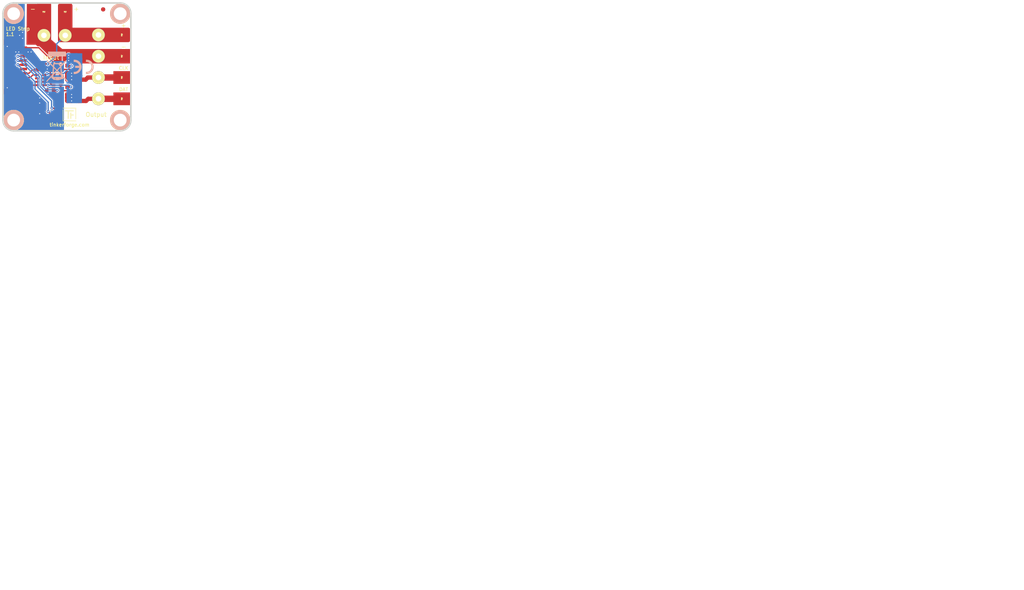
<source format=kicad_pcb>
(kicad_pcb (version 20221018) (generator pcbnew)
  (title_block (title "LED Strip Bricklet") (date "Mi 08 Jul 2015") (rev "1.1") (company "Tinkerforge GmbH") (comment 1 "Licensed under CERN OHL v.1.1") (comment 2 "Copyright (©) 2015, B.Nordmeyer <bastian@tinkerforge.com>"))
  (layers (0 "F.Cu" signal "Vorderseite") (31 "B.Cu" signal "Rückseite") (34 "B.Paste" user) (35 "F.Paste" user) (36 "B.SilkS" user "B.Silkscreen") (37 "F.SilkS" user "F.Silkscreen") (38 "B.Mask" user) (39 "F.Mask" user) (44 "Edge.Cuts" user))
  (net 0 "")
  (net 1 "+5V")
  (net 2 "AGND")
  (net 3 "GND")
  (net 4 "VCC")
  (net 5 "Net-(D1-Pad1)")
  (net 6 "Net-(D2-Pad1)")
  (net 7 "Net-(J1-Pad2)")
  (net 8 "Net-(P1-Pad4)")
  (net 9 "Net-(P1-Pad5)")
  (net 10 "Net-(P1-Pad6)")
  (net 11 "Net-(P1-Pad7)")
  (net 12 "Net-(P1-Pad8)")
  (net 13 "Net-(P1-Pad9)")
  (net 14 "Net-(Q1-PadG)")
  (net 15 "Net-(Q2-PadG)")
  (net 16 "Net-(D1-Pad2)")
  (net 17 "Net-(P1-Pad10)")
  (net 18 "Net-(RP1-Pad2)")
  (net 19 "Net-(RP1-Pad3)")
  (net 20 "Net-(RP1-Pad6)")
  (net 21 "Net-(RP1-Pad7)")
  (net 22 "Net-(RP2-Pad2)")
  (net 23 "Net-(RP2-Pad3)")
  (net 24 "Net-(U1-Pad7)")
  (footprint "kicad-libraries:Fiducial_Mark" (layer "F.Cu") (at 66.4 28.8)
    (fp_text reference "Fiducial_Mark" hide)
    (fp_text value "VAL**" hide)
    (pad "1" smd circle (at 0 0) (size 1.00076 1.00076) (layers "F.Cu" "F.Paste" "F.Mask") (clearance 0.65024))
  )
  (footprint "kicad-libraries:Fiducial_Mark" (layer "F.Cu") (at 46.4 49.8)
    (fp_text reference "Fiducial_Mark" hide)
    (fp_text value "VAL**" hide)
    (pad "1" smd circle (at 0 0) (size 1.00076 1.00076) (layers "F.Cu" "F.Paste" "F.Mask") (clearance 0.65024))
  )
  (footprint "kicad-libraries:Logo_31x31" (layer "F.Cu") (at 56.9 51.9)
    (fp_text reference "G***" hide)
    (fp_text value "Logo_31x31" hide)
  )
  (footprint "kicad-libraries:AKL_5_2" (layer "F.Cu") (at 55 34.9)
    (fp_text reference "J1")
    (fp_text value "AKL_5_2")
    (pad "1" thru_hole circle (at -2.49936 0) (size 2.99974 2.99974) (drill 1.30048) (layers "*.Cu" "*.Mask" "F.SilkS") (net 2 "AGND"))
    (pad "2" thru_hole circle (at 2.49936 0) (size 2.99974 2.99974) (drill 1.30048) (layers "*.Cu" "*.Mask" "F.SilkS") (net 7 "Net-(J1-Pad2)"))
  )
  (footprint "kicad-libraries:AKL_5_2" (layer "F.Cu") (at 65.3 37.3 -90)
    (fp_text reference "J2")
    (fp_text value "AKL_5_2")
    (pad "1" thru_hole circle (at -2.49936 0 270) (size 2.99974 2.99974) (drill 1.30048) (layers "*.Cu" "*.Mask" "F.SilkS") (net 7 "Net-(J1-Pad2)"))
    (pad "2" thru_hole circle (at 2.49936 0 270) (size 2.99974 2.99974) (drill 1.30048) (layers "*.Cu" "*.Mask" "F.SilkS") (net 2 "AGND"))
  )
  (footprint "kicad-libraries:AKL_5_2" (layer "F.Cu") (at 65.3 47.3 -90)
    (fp_text reference "J3")
    (fp_text value "AKL_5_2")
    (pad "1" thru_hole circle (at -2.49936 0 270) (size 2.99974 2.99974) (drill 1.30048) (layers "*.Cu" "*.Mask" "F.SilkS") (net 5 "Net-(D1-Pad1)"))
    (pad "2" thru_hole circle (at 2.49936 0 270) (size 2.99974 2.99974) (drill 1.30048) (layers "*.Cu" "*.Mask" "F.SilkS") (net 6 "Net-(D2-Pad1)"))
  )
  (footprint "kicad-libraries:CON-SENSOR" (layer "F.Cu") (at 43 42.3 -90)
    (fp_text reference "P1")
    (fp_text value "CON-SENSOR")
    (pad "1" smd rect (at -4.50088 -4.7752 270) (size 0.59944 1.5494) (layers "F.Cu" "F.Paste" "F.Mask") (net 1 "+5V"))
    (pad "2" smd rect (at -3.50012 -4.7752 270) (size 0.59944 1.5494) (layers "F.Cu" "F.Paste" "F.Mask") (net 3 "GND"))
    (pad "3" smd rect (at -2.49936 -4.7752 270) (size 0.59944 1.5494) (layers "F.Cu" "F.Paste" "F.Mask") (net 4 "VCC"))
    (pad "4" smd rect (at -1.50114 -4.7752 270) (size 0.59944 1.5494) (layers "F.Cu" "F.Paste" "F.Mask") (net 8 "Net-(P1-Pad4)"))
    (pad "5" smd rect (at -0.50038 -4.7752 270) (size 0.59944 1.5494) (layers "F.Cu" "F.Paste" "F.Mask") (net 9 "Net-(P1-Pad5)"))
    (pad "6" smd rect (at 0.50038 -4.7752 270) (size 0.59944 1.5494) (layers "F.Cu" "F.Paste" "F.Mask") (net 10 "Net-(P1-Pad6)"))
    (pad "7" smd rect (at 1.50114 -4.7752 270) (size 0.59944 1.5494) (layers "F.Cu" "F.Paste" "F.Mask") (net 11 "Net-(P1-Pad7)"))
    (pad "8" smd rect (at 2.49936 -4.7752 270) (size 0.59944 1.5494) (layers "F.Cu" "F.Paste" "F.Mask") (net 12 "Net-(P1-Pad8)"))
    (pad "9" smd rect (at 3.50012 -4.7752 270) (size 0.59944 1.5494) (layers "F.Cu" "F.Paste" "F.Mask") (net 13 "Net-(P1-Pad9)"))
    (pad "10" smd rect (at 4.50088 -4.7752 270) (size 0.59944 1.5494) (layers "F.Cu" "F.Paste" "F.Mask") (net 17 "Net-(P1-Pad10)"))
    (pad "EP" smd rect (at -5.79882 -0.89916 270) (size 1.19888 1.80086) (layers "F.Cu" "F.Paste" "F.Mask") (net 3 "GND"))
    (pad "EP" smd rect (at 5.79882 -0.89916 270) (size 1.19888 1.80086) (layers "F.Cu" "F.Paste" "F.Mask") (net 3 "GND"))
  )
  (footprint "kicad-libraries:SOLDER_PAD2" (layer "F.Cu") (at 70.8 39.8 90)
    (fp_text reference "P2" (at 0 0 90) (layer "F.SilkS") (effects (font (size 0.29972 0.29972) (thickness 0.0762))))
    (fp_text value "TST" (at 0 0 90) (layer "F.SilkS") (effects (font (size 0.29972 0.29972) (thickness 0.0762))))
    (pad "1" smd rect (at 0 0 90) (size 3 4) (layers "F.Cu" "F.Paste" "F.Mask") (net 2 "AGND"))
  )
  (footprint "kicad-libraries:SOLDER_PAD2" (layer "F.Cu") (at 70.8 34.8 90)
    (fp_text reference "P3" (at 0 0 90) (layer "F.SilkS") (effects (font (size 0.29972 0.29972) (thickness 0.0762))))
    (fp_text value "TST" (at 0 0 90) (layer "F.SilkS") (effects (font (size 0.29972 0.29972) (thickness 0.0762))))
    (pad "1" smd rect (at 0 0 90) (size 3 4) (layers "F.Cu" "F.Paste" "F.Mask") (net 7 "Net-(J1-Pad2)"))
  )
  (footprint "kicad-libraries:SOLDER_PAD2" (layer "F.Cu") (at 52.5 29.4)
    (fp_text reference "P4" (at 0 0) (layer "F.SilkS") (effects (font (size 0.29972 0.29972) (thickness 0.0762))))
    (fp_text value "TST" (at 0 0) (layer "F.SilkS") (effects (font (size 0.29972 0.29972) (thickness 0.0762))))
    (pad "1" smd rect (at 0 0) (size 3 4) (layers "F.Cu" "F.Paste" "F.Mask") (net 2 "AGND"))
  )
  (footprint "kicad-libraries:SOLDER_PAD2" (layer "F.Cu") (at 70.8 44.8 90)
    (fp_text reference "P5" (at 0 0 90) (layer "F.SilkS") (effects (font (size 0.29972 0.29972) (thickness 0.0762))))
    (fp_text value "TST" (at 0 0 90) (layer "F.SilkS") (effects (font (size 0.29972 0.29972) (thickness 0.0762))))
    (pad "1" smd rect (at 0 0 90) (size 3 4) (layers "F.Cu" "F.Paste" "F.Mask") (net 5 "Net-(D1-Pad1)"))
  )
  (footprint "kicad-libraries:SOLDER_PAD2" (layer "F.Cu") (at 70.8 49.8 90)
    (fp_text reference "P6" (at 0 0 90) (layer "F.SilkS") (effects (font (size 0.29972 0.29972) (thickness 0.0762))))
    (fp_text value "TST" (at 0 0 90) (layer "F.SilkS") (effects (font (size 0.29972 0.29972) (thickness 0.0762))))
    (pad "1" smd rect (at 0 0 90) (size 3 4) (layers "F.Cu" "F.Paste" "F.Mask") (net 6 "Net-(D2-Pad1)"))
  )
  (footprint "kicad-libraries:SOLDER_PAD2" (layer "F.Cu") (at 57.5 29.4)
    (fp_text reference "P7" (at 0 0) (layer "F.SilkS") (effects (font (size 0.29972 0.29972) (thickness 0.0762))))
    (fp_text value "TST" (at 0 0) (layer "F.SilkS") (effects (font (size 0.29972 0.29972) (thickness 0.0762))))
    (pad "1" smd rect (at 0 0) (size 3 4) (layers "F.Cu" "F.Paste" "F.Mask") (net 7 "Net-(J1-Pad2)"))
  )
  (footprint "kicad-libraries:SOT23GDS" (layer "F.Cu") (at 59 42.9 90)
    (fp_text reference "Q1")
    (fp_text value "2N7002P")
    (pad "D" smd rect (at 0 1.016 90) (size 0.9144 0.9144) (layers "F.Cu" "F.Paste" "F.Mask") (net 5 "Net-(D1-Pad1)"))
    (pad "G" smd rect (at 0.889 -1.016 90) (size 0.9144 0.9144) (layers "F.Cu" "F.Paste" "F.Mask") (net 14 "Net-(Q1-PadG)"))
    (pad "S" smd rect (at -0.889 -1.016 90) (size 0.9144 0.9144) (layers "F.Cu" "F.Paste" "F.Mask") (net 16 "Net-(D1-Pad2)"))
  )
  (footprint "kicad-libraries:SOT23GDS" (layer "F.Cu") (at 59 47.9 90)
    (fp_text reference "Q2")
    (fp_text value "2N7002P")
    (pad "D" smd rect (at 0 1.016 90) (size 0.9144 0.9144) (layers "F.Cu" "F.Paste" "F.Mask") (net 6 "Net-(D2-Pad1)"))
    (pad "G" smd rect (at 0.889 -1.016 90) (size 0.9144 0.9144) (layers "F.Cu" "F.Paste" "F.Mask") (net 15 "Net-(Q2-PadG)"))
    (pad "S" smd rect (at -0.889 -1.016 90) (size 0.9144 0.9144) (layers "F.Cu" "F.Paste" "F.Mask") (net 16 "Net-(D1-Pad2)"))
  )
  (footprint "kicad-libraries:4X0603" (layer "F.Cu") (at 51.7 45.4 -90)
    (fp_text reference "RP1")
    (fp_text value "470")
    (pad "1" smd rect (at -1.19888 -0.8509 270) (size 0.44958 0.89916) (layers "F.Cu" "F.Paste" "F.Mask") (net 14 "Net-(Q1-PadG)"))
    (pad "2" smd rect (at -0.39878 -0.8509 270) (size 0.44958 0.89916) (layers "F.Cu" "F.Paste" "F.Mask") (net 18 "Net-(RP1-Pad2)"))
    (pad "3" smd rect (at 0.39878 -0.8509 270) (size 0.44958 0.89916) (layers "F.Cu" "F.Paste" "F.Mask") (net 19 "Net-(RP1-Pad3)"))
    (pad "4" smd rect (at 1.19888 -0.8509 270) (size 0.44958 0.89916) (layers "F.Cu" "F.Paste" "F.Mask") (net 15 "Net-(Q2-PadG)"))
    (pad "5" smd rect (at 1.19888 0.8509 270) (size 0.44958 0.89916) (layers "F.Cu" "F.Paste" "F.Mask") (net 13 "Net-(P1-Pad9)"))
    (pad "6" smd rect (at 0.39878 0.8509 270) (size 0.44958 0.89916) (layers "F.Cu" "F.Paste" "F.Mask") (net 20 "Net-(RP1-Pad6)"))
    (pad "7" smd rect (at -0.39878 0.8509 270) (size 0.44958 0.89916) (layers "F.Cu" "F.Paste" "F.Mask") (net 21 "Net-(RP1-Pad7)"))
    (pad "8" smd rect (at -1.19888 0.8509 270) (size 0.44958 0.89916) (layers "F.Cu" "F.Paste" "F.Mask") (net 12 "Net-(P1-Pad8)"))
  )
  (footprint "kicad-libraries:4X0603" (layer "F.Cu") (at 55.6 45.4 -90)
    (fp_text reference "RP2")
    (fp_text value "1k")
    (pad "1" smd rect (at -1.19888 -0.8509 270) (size 0.44958 0.89916) (layers "F.Cu" "F.Paste" "F.Mask") (net 5 "Net-(D1-Pad1)"))
    (pad "2" smd rect (at -0.39878 -0.8509 270) (size 0.44958 0.89916) (layers "F.Cu" "F.Paste" "F.Mask") (net 22 "Net-(RP2-Pad2)"))
    (pad "3" smd rect (at 0.39878 -0.8509 270) (size 0.44958 0.89916) (layers "F.Cu" "F.Paste" "F.Mask") (net 23 "Net-(RP2-Pad3)"))
    (pad "4" smd rect (at 1.19888 -0.8509 270) (size 0.44958 0.89916) (layers "F.Cu" "F.Paste" "F.Mask") (net 6 "Net-(D2-Pad1)"))
    (pad "5" smd rect (at 1.19888 0.8509 270) (size 0.44958 0.89916) (layers "F.Cu" "F.Paste" "F.Mask") (net 1 "+5V"))
    (pad "6" smd rect (at 0.39878 0.8509 270) (size 0.44958 0.89916) (layers "F.Cu" "F.Paste" "F.Mask") (net 1 "+5V"))
    (pad "7" smd rect (at -0.39878 0.8509 270) (size 0.44958 0.89916) (layers "F.Cu" "F.Paste" "F.Mask") (net 1 "+5V"))
    (pad "8" smd rect (at -1.19888 0.8509 270) (size 0.44958 0.89916) (layers "F.Cu" "F.Paste" "F.Mask") (net 1 "+5V"))
  )
  (footprint "kicad-libraries:SOIC8" (layer "F.Cu") (at 53 51.4 -90)
    (fp_text reference "U1")
    (fp_text value "M24C64")
    (pad "1" smd rect (at -1.90246 2.69748 90) (size 0.59944 1.5494) (layers "F.Cu" "F.Paste" "F.Mask") (net 3 "GND"))
    (pad "2" smd rect (at -0.63246 2.69748 90) (size 0.59944 1.5494) (layers "F.Cu" "F.Paste" "F.Mask") (net 3 "GND"))
    (pad "3" smd rect (at 0.63246 2.69748 90) (size 0.59944 1.5494) (layers "F.Cu" "F.Paste" "F.Mask") (net 10 "Net-(P1-Pad6)"))
    (pad "4" smd rect (at 1.90246 2.69748 90) (size 0.59944 1.5494) (layers "F.Cu" "F.Paste" "F.Mask") (net 3 "GND"))
    (pad "5" smd rect (at 1.90246 -2.69748 270) (size 0.59944 1.5494) (layers "F.Cu" "F.Paste" "F.Mask") (net 9 "Net-(P1-Pad5)"))
    (pad "6" smd rect (at 0.63246 -2.69748 270) (size 0.59944 1.5494) (layers "F.Cu" "F.Paste" "F.Mask") (net 8 "Net-(P1-Pad4)"))
    (pad "7" smd rect (at -0.63246 -2.69748 270) (size 0.59944 1.5494) (layers "F.Cu" "F.Paste" "F.Mask") (net 24 "Net-(U1-Pad7)"))
    (pad "8" smd rect (at -1.90246 -2.69748 270) (size 0.59944 1.5494) (layers "F.Cu" "F.Paste" "F.Mask") (net 4 "VCC"))
  )
  (footprint "kicad-libraries:DRILL_NP" (layer "F.Cu") (at 70.4 54.8 180)
    (fp_text reference "U2" hide)
    (fp_text value "DRILL" hide)
    (pad "" np_thru_hole circle (at 0 0 180) (size 2.99974 2.99974) (drill 2.99974) (layers "*.Cu" "*.Mask" "F.SilkS") (clearance 0.89916))
  )
  (footprint "kicad-libraries:DRILL_NP" (layer "F.Cu") (at 70.4 29.8)
    (fp_text reference "U3" hide)
    (fp_text value "DRILL" hide)
    (pad "" np_thru_hole circle (at 0 0) (size 2.99974 2.99974) (drill 2.99974) (layers "*.Cu" "*.Mask" "F.SilkS") (clearance 0.89916))
  )
  (footprint "kicad-libraries:DRILL_NP" (layer "F.Cu") (at 45.4 54.8)
    (fp_text reference "U4" hide)
    (fp_text value "DRILL" hide)
    (pad "" np_thru_hole circle (at 0 0) (size 2.99974 2.99974) (drill 2.99974) (layers "*.Cu" "*.Mask" "F.SilkS") (clearance 0.89916))
  )
  (footprint "kicad-libraries:DRILL_NP" (layer "F.Cu") (at 45.4 29.8)
    (fp_text reference "U5" hide)
    (fp_text value "DRILL" hide)
    (pad "" np_thru_hole circle (at 0 0) (size 2.99974 2.99974) (drill 2.99974) (layers "*.Cu" "*.Mask" "F.SilkS") (clearance 0.89916))
  )
  (footprint "kicad-libraries:SOD-323" (layer "F.Cu") (at 59.3 45.3 180)
    (fp_text reference "D1")
    (fp_text value "ESD5V0D3B-TP")
    (pad "1" smd rect (at -1.3208 0 180) (size 0.762 0.6858) (layers "F.Cu" "F.Paste" "F.Mask") (net 5 "Net-(D1-Pad1)"))
    (pad "2" smd rect (at 1.3208 0 180) (size 0.762 0.6858) (layers "F.Cu" "F.Paste" "F.Mask") (net 16 "Net-(D1-Pad2)"))
  )
  (footprint "kicad-libraries:SOD-323" (layer "F.Cu") (at 59.3 50.3 180)
    (fp_text reference "D2")
    (fp_text value "ESD5V0D3B-TP")
    (pad "1" smd rect (at -1.3208 0 180) (size 0.762 0.6858) (layers "F.Cu" "F.Paste" "F.Mask") (net 6 "Net-(D2-Pad1)"))
    (pad "2" smd rect (at 1.3208 0 180) (size 0.762 0.6858) (layers "F.Cu" "F.Paste" "F.Mask") (net 16 "Net-(D1-Pad2)"))
  )
  (footprint "kicad-libraries:C0603" (layer "F.Cu") (at 53.95 47.8 180)
    (fp_text reference "C1")
    (fp_text value "100nF")
    (pad "1" smd rect (at -0.8001 0 180) (size 0.8001 0.8001) (layers "F.Cu" "F.Paste" "F.Mask") (net 4 "VCC"))
    (pad "2" smd rect (at 0.8001 0 180) (size 0.8001 0.8001) (layers "F.Cu" "F.Paste" "F.Mask") (net 3 "GND"))
  )
  (footprint "kicad-libraries:C0603" (layer "F.Cu") (at 55.6 42.2)
    (fp_text reference "C2")
    (fp_text value "100nF")
    (pad "1" smd rect (at -0.8001 0) (size 0.8001 0.8001) (layers "F.Cu" "F.Paste" "F.Mask") (net 1 "+5V"))
    (pad "2" smd rect (at 0.8001 0) (size 0.8001 0.8001) (layers "F.Cu" "F.Paste" "F.Mask") (net 3 "GND"))
  )
  (footprint "kicad-libraries:F1206" (layer "F.Cu") (at 58.9 40.2)
    (fp_text reference "F1")
    (fp_text value "0ZCJ0035FF2G")
    (pad "1" smd rect (at -1.50114 0) (size 1.00076 1.6002) (layers "F.Cu" "F.Paste" "F.Mask") (net 16 "Net-(D1-Pad2)"))
    (pad "2" smd rect (at 1.50114 0) (size 1.00076 1.6002) (layers "F.Cu" "F.Paste" "F.Mask") (net 2 "AGND"))
  )
  (footprint "kicad-libraries:C0603" (layer "F.Cu") (at 48.25 34.9)
    (fp_text reference "L1")
    (fp_text value "FB")
    (pad "1" smd rect (at -0.8001 0) (size 0.8001 0.8001) (layers "F.Cu" "F.Paste" "F.Mask") (net 3 "GND"))
    (pad "2" smd rect (at 0.8001 0) (size 0.8001 0.8001) (layers "F.Cu" "F.Paste" "F.Mask") (net 2 "AGND"))
  )
  (footprint "kicad-libraries:R0603" (layer "F.Cu") (at 51.7 43 180)
    (fp_text reference "R1")
    (fp_text value "1k")
    (pad "1" smd rect (at -0.8001 0 180) (size 0.8001 0.8001) (layers "F.Cu" "F.Paste" "F.Mask") (net 3 "GND"))
    (pad "2" smd rect (at 0.8001 0 180) (size 0.8001 0.8001) (layers "F.Cu" "F.Paste" "F.Mask") (net 11 "Net-(P1-Pad7)"))
  )
  (footprint "kicad-libraries:R0603" (layer "F.Cu") (at 51.7 41.6)
    (fp_text reference "R2")
    (fp_text value "10k")
    (pad "1" smd rect (at -0.8001 0) (size 0.8001 0.8001) (layers "F.Cu" "F.Paste" "F.Mask") (net 11 "Net-(P1-Pad7)"))
    (pad "2" smd rect (at 0.8001 0) (size 0.8001 0.8001) (layers "F.Cu" "F.Paste" "F.Mask") (net 7 "Net-(J1-Pad2)"))
  )
  (footprint "kicad-libraries:CE_5mm" (layer "B.Cu") (at 61.8 42.3 180)
    (fp_text reference "VAL" hide)
    (fp_text value "CE_5mm" hide)
  )
  (footprint "kicad-libraries:WEEE_7mm" (layer "B.Cu") (at 55.6 42.3)
    (fp_text reference "VAL" hide)
    (fp_text value "WEEE_7mm" hide)
  )
  (gr_arc (start 45.4 57.3) (mid 43.632233 56.567767) (end 42.9 54.8) (stroke (width 0.381)) (layer "Edge.Cuts"))
  (gr_arc (start 70.4 27.3) (mid 72.167767 28.032233) (end 72.9 29.8) (stroke (width 0.381)) (layer "Edge.Cuts"))
  (gr_line (start 70.4 57.3) (end 45.4 57.3) (stroke (width 0.381)) (layer "Edge.Cuts"))
  (gr_line (start 42.9 54.8) (end 42.9 29.8) (stroke (width 0.381)) (layer "Edge.Cuts"))
  (gr_arc (start 42.9 29.8) (mid 43.632233 28.032233) (end 45.4 27.3) (stroke (width 0.381)) (layer "Edge.Cuts"))
  (gr_line (start 70.4 27.3) (end 45.4 27.3) (stroke (width 0.381)) (layer "Edge.Cuts"))
  (gr_arc (start 72.9 54.8) (mid 72.167767 56.567767) (end 70.4 57.3) (stroke (width 0.381)) (layer "Edge.Cuts"))
  (gr_line (start 72.9 29.8) (end 72.9 54.8) (stroke (width 0.381)) (layer "Edge.Cuts"))
  (gr_text "CLK" (at 71.2 42.6) (layer "F.SilkS") (effects (font (size 0.8 0.8))))
  (gr_text "-" (at 71.2 37.6) (layer "F.SilkS") (effects (font (size 1 1))))
  (gr_text "DAT" (at 71.2 47.6) (layer "F.SilkS") (effects (font (size 0.8 0.8))))
  (gr_text "Input" (at 54.2 40.1) (layer "F.SilkS") (effects (font (size 1 1))))
  (gr_text "Output" (at 64.75 53.5) (layer "F.SilkS") (effects (font (size 1 1))))
  (gr_text "-" (at 49.9 28.7) (layer "F.SilkS") (effects (font (size 1 1))))
  (gr_text "tinkerforge.com" (at 58.5 55.9) (layer "F.SilkS") (effects (font (size 0.8 0.8))))
  (gr_text "+" (at 71.2 32.6) (layer "F.SilkS") (effects (font (size 1 1))))
  (gr_text "LED Strip\n1.1" (at 43.5 34) (layer "F.SilkS") (effects (font (size 0.8 0.8)) (justify left)))
  (gr_text "+" (at 60.1 28.7) (layer "F.SilkS") (effects (font (size 1 1))))
  (segment (start 54.39888 46.59888) (end 54 46.2) (width 0.29972) (layer "F.Cu") (net 1))
  (segment (start 54 46.2) (end 54 45.8) (width 0.29972) (layer "F.Cu") (net 1))
  (segment (start 54 44.4) (end 54.19888 44.20112) (width 0.29972) (layer "F.Cu") (net 1))
  (segment (start 54.19888 44.20112) (end 54.7491 44.20112) (width 0.29972) (layer "F.Cu") (net 1))
  (segment (start 54 45.00122) (end 54 45) (width 0.29972) (layer "F.Cu") (net 1))
  (segment (start 54 45) (end 54 44.4) (width 0.29972) (layer "F.Cu") (net 1))
  (segment (start 54 45.79878) (end 54 45.8) (width 0.29972) (layer "F.Cu") (net 1))
  (segment (start 54 45.8) (end 54 45) (width 0.29972) (layer "F.Cu") (net 1))
  (segment (start 54 42.9999) (end 54.7999 42.2) (width 0.29972) (layer "F.Cu") (net 1))
  (segment (start 54.7999 41.2999) (end 51.29912 37.79912) (width 0.29972) (layer "F.Cu") (net 1))
  (segment (start 51.29912 37.79912) (end 47.7752 37.79912) (width 0.29972) (layer "F.Cu") (net 1))
  (segment (start 54.7491 45.00122) (end 54 45.00122) (width 0.29972) (layer "F.Cu") (net 1))
  (segment (start 54.7491 45.79878) (end 54 45.79878) (width 0.29972) (layer "F.Cu") (net 1))
  (segment (start 54.7999 42.2) (end 54.7999 41.2999) (width 0.29972) (layer "F.Cu") (net 1))
  (segment (start 54.7491 46.59888) (end 54.39888 46.59888) (width 0.29972) (layer "F.Cu") (net 1))
  (segment (start 54 44.4) (end 54 42.9999) (width 0.29972) (layer "F.Cu") (net 1))
  (segment (start 64.89936 40.2) (end 65.3 39.79936) (width 1.50114) (layer "F.Cu") (net 2))
  (segment (start 65.30064 39.8) (end 65.3 39.79936) (width 1.50114) (layer "F.Cu") (net 2))
  (segment (start 52.50064 29.40064) (end 52.5 29.4) (width 1.50114) (layer "F.Cu") (net 2))
  (segment (start 60.40114 40.2) (end 64.89936 40.2) (width 1.50114) (layer "F.Cu") (net 2))
  (segment (start 52.50064 34.9) (end 52.50064 29.40064) (width 1.50114) (layer "F.Cu") (net 2))
  (segment (start 70.8 39.8) (end 65.30064 39.8) (width 1.50114) (layer "F.Cu") (net 2))
  (segment (start 48.79988 38.79988) (end 48.8 38.8) (width 0.59944) (layer "F.Cu") (net 3))
  (segment (start 46.60012 38.79988) (end 46.6 38.8) (width 0.59944) (layer "F.Cu") (net 3))
  (segment (start 47.4499 34.2501) (end 47.5 34.2) (width 0.59944) (layer "F.Cu") (net 3))
  (segment (start 47.4499 35.5499) (end 47.5 35.6) (width 0.59944) (layer "F.Cu") (net 3))
  (segment (start 43.89916 47.20084) (end 43.9 47.2) (width 0.59944) (layer "F.Cu") (net 3))
  (segment (start 43.89916 37.49916) (end 43.9 37.5) (width 0.59944) (layer "F.Cu") (net 3))
  (segment (start 56.4001 41.5001) (end 56.4 41.5) (width 0.59944) (layer "F.Cu") (net 3))
  (segment (start 53.1499 48.1499) (end 53.5 48.5) (width 0.59944) (layer "F.Cu") (net 3))
  (segment (start 51.46754 50.76754) (end 51.5 50.8) (width 0.29972) (layer "F.Cu") (net 3))
  (segment (start 51.39754 49.49754) (end 51.5 49.6) (width 0.29972) (layer "F.Cu") (net 3))
  (segment (start 51.49754 53.30246) (end 51.5 53.3) (width 0.29972) (layer "F.Cu") (net 3))
  (segment (start 53.1 43) (end 53.3 42.8) (width 0.29972) (layer "F.Cu") (net 3))
  (segment (start 53.1499 47.8) (end 53.1499 48.1499) (width 0.59944) (layer "F.Cu") (net 3))
  (segment (start 56.4001 42.2) (end 56.4001 41.5001) (width 0.59944) (layer "F.Cu") (net 3))
  (segment (start 48.79988 38.79988) (end 47.7752 38.79988) (width 0.59944) (layer "F.Cu") (net 3))
  (segment (start 47.4499 34.9) (end 47.4499 34.2501) (width 0.59944) (layer "F.Cu") (net 3))
  (segment (start 52.5001 43) (end 53.1 43) (width 0.29972) (layer "F.Cu") (net 3))
  (segment (start 50.30252 50.76754) (end 51.46754 50.76754) (width 0.29972) (layer "F.Cu") (net 3))
  (segment (start 47.4499 34.9) (end 46.8 34.9) (width 0.59944) (layer "F.Cu") (net 3))
  (segment (start 49.5 38.8) (end 48.8 38.8) (width 0.59944) (layer "F.Cu") (net 3))
  (segment (start 45.9 38.8) (end 46.6 38.8) (width 0.59944) (layer "F.Cu") (net 3))
  (segment (start 43.89916 36.50118) (end 43.89916 37.49916) (width 0.59944) (layer "F.Cu") (net 3))
  (segment (start 46.60012 38.79988) (end 47.7752 38.79988) (width 0.59944) (layer "F.Cu") (net 3))
  (segment (start 47.4499 34.9) (end 47.4499 35.5499) (width 0.59944) (layer "F.Cu") (net 3))
  (segment (start 50.30252 49.49754) (end 51.39754 49.49754) (width 0.29972) (layer "F.Cu") (net 3))
  (segment (start 50.30252 53.30246) (end 51.49754 53.30246) (width 0.29972) (layer "F.Cu") (net 3))
  (segment (start 43.89916 48.09882) (end 43.89916 47.20084) (width 0.59944) (layer "F.Cu") (net 3))
  (via (at 43.9 47.2) (size 0.70104) (drill 0.24892) (layers "F.Cu" "B.Cu") (net 3))
  (via (at 51.5 49.6) (size 0.70104) (drill 0.24892) (layers "F.Cu" "B.Cu") (net 3))
  (via (at 49.5 38.8) (size 0.70104) (drill 0.24892) (layers "F.Cu" "B.Cu") (net 3))
  (via (at 51.5 50.8) (size 0.70104) (drill 0.24892) (layers "F.Cu" "B.Cu") (net 3))
  (via (at 53.3 42.8) (size 0.70104) (drill 0.24892) (layers "F.Cu" "B.Cu") (net 3))
  (via (at 53.5 48.5) (size 0.70104) (drill 0.24892) (layers "F.Cu" "B.Cu") (net 3))
  (via (at 46.8 34.9) (size 0.70104) (drill 0.24892) (layers "F.Cu" "B.Cu") (net 3))
  (via (at 51.5 53.3) (size 0.70104) (drill 0.24892) (layers "F.Cu" "B.Cu") (net 3))
  (via (at 56.4 41.5) (size 0.70104) (drill 0.24892) (layers "F.Cu" "B.Cu") (net 3))
  (via (at 47.5 34.2) (size 0.70104) (drill 0.24892) (layers "F.Cu" "B.Cu") (net 3))
  (via (at 43.9 37.5) (size 0.70104) (drill 0.24892) (layers "F.Cu" "B.Cu") (net 3))
  (via (at 47.5 35.6) (size 0.70104) (drill 0.24892) (layers "F.Cu" "B.Cu") (net 3))
  (via (at 48.8 38.8) (size 0.70104) (drill 0.24892) (layers "F.Cu" "B.Cu") (net 3))
  (via (at 45.9 38.8) (size 0.70104) (drill 0.24892) (layers "F.Cu" "B.Cu") (net 3))
  (via (at 46.6 38.8) (size 0.70104) (drill 0.24892) (layers "F.Cu" "B.Cu") (net 3))
  (segment (start 55.69748 48.74738) (end 54.7501 47.8) (width 0.29972) (layer "F.Cu") (net 4))
  (segment (start 46.4 39.8) (end 46.40064 39.80064) (width 0.29972) (layer "F.Cu") (net 4))
  (segment (start 46.40064 39.80064) (end 47.7752 39.80064) (width 0.29972) (layer "F.Cu") (net 4))
  (segment (start 54.7501 47.8) (end 55.6 47.8) (width 0.29972) (layer "F.Cu") (net 4))
  (segment (start 55.69748 49.49754) (end 55.69748 48.74738) (width 0.29972) (layer "F.Cu") (net 4))
  (via (at 55.6 47.8) (size 0.70104) (drill 0.24892) (layers "F.Cu" "B.Cu") (net 4))
  (via (at 46.4 39.8) (size 0.70104) (drill 0.24892) (layers "F.Cu" "B.Cu") (net 4))
  (segment (start 55.6 47.8) (end 55.5 47.7) (width 0.29972) (layer "B.Cu") (net 4))
  (segment (start 55.5 47.7) (end 53.1 47.7) (width 0.29972) (layer "B.Cu") (net 4))
  (segment (start 53.1 47.7) (end 52 46.6) (width 0.29972) (layer "B.Cu") (net 4))
  (segment (start 52 46.6) (end 52 44.4) (width 0.29972) (layer "B.Cu") (net 4))
  (segment (start 52 44.4) (end 47.4 39.8) (width 0.29972) (layer "B.Cu") (net 4))
  (segment (start 47.4 39.8) (end 46.4 39.8) (width 0.29972) (layer "B.Cu") (net 4))
  (segment (start 62.79936 44.80064) (end 62.3 45.3) (width 1.00076) (layer "F.Cu") (net 5))
  (segment (start 62.3 45.3) (end 60.6208 45.3) (width 1.00076) (layer "F.Cu") (net 5))
  (segment (start 60.6208 43.5048) (end 60.016 42.9) (width 1.00076) (layer "F.Cu") (net 5))
  (segment (start 57.3 42.9) (end 56.4509 43.7491) (width 0.29972) (layer "F.Cu") (net 5))
  (segment (start 56.4509 43.7491) (end 56.4509 44.20112) (width 0.29972) (layer "F.Cu") (net 5))
  (segment (start 65.30064 44.8) (end 65.3 44.80064) (width 1.50114) (layer "F.Cu") (net 5))
  (segment (start 60.6208 45.3) (end 60.6208 43.5048) (width 1.00076) (layer "F.Cu") (net 5))
  (segment (start 60.016 42.9) (end 57.3 42.9) (width 0.29972) (layer "F.Cu") (net 5))
  (segment (start 65.3 44.80064) (end 62.79936 44.80064) (width 1.00076) (layer "F.Cu") (net 5))
  (segment (start 70.8 44.8) (end 65.30064 44.8) (width 1.50114) (layer "F.Cu") (net 5))
  (segment (start 62.90064 49.79936) (end 62.4 50.3) (width 1.00076) (layer "F.Cu") (net 6))
  (segment (start 62.4 50.3) (end 60.6208 50.3) (width 1.00076) (layer "F.Cu") (net 6))
  (segment (start 60.6208 48.5048) (end 60.016 47.9) (width 1.00076) (layer "F.Cu") (net 6))
  (segment (start 57.2 47.9) (end 56.4509 47.1509) (width 0.29972) (layer "F.Cu") (net 6))
  (segment (start 56.4509 47.1509) (end 56.4509 46.59888) (width 0.29972) (layer "F.Cu") (net 6))
  (segment (start 65.30064 49.8) (end 65.3 49.79936) (width 1.50114) (layer "F.Cu") (net 6))
  (segment (start 60.016 47.9) (end 57.2 47.9) (width 0.29972) (layer "F.Cu") (net 6))
  (segment (start 65.3 49.79936) (end 62.90064 49.79936) (width 1.00076) (layer "F.Cu") (net 6))
  (segment (start 70.8 49.8) (end 65.30064 49.8) (width 1.50114) (layer "F.Cu") (net 6))
  (segment (start 60.6208 50.3) (end 60.6208 48.5048) (width 1.00076) (layer "F.Cu") (net 6))
  (segment (start 57.59872 34.80064) (end 57.49936 34.9) (width 1.50114) (layer "F.Cu") (net 7))
  (segment (start 57.5 34.89936) (end 57.49936 34.9) (width 1.50114) (layer "F.Cu") (net 7))
  (segment (start 65.30064 34.8) (end 65.3 34.80064) (width 1.50114) (layer "F.Cu") (net 7))
  (segment (start 57.5 29.4) (end 57.5 34.89936) (width 1.50114) (layer "F.Cu") (net 7))
  (segment (start 70.8 34.8) (end 65.30064 34.8) (width 1.50114) (layer "F.Cu") (net 7))
  (segment (start 52.5001 41.6) (end 53.4 41.6) (width 0.29972) (layer "F.Cu") (net 7))
  (segment (start 65.3 34.80064) (end 57.59872 34.80064) (width 1.50114) (layer "F.Cu") (net 7))
  (via (at 53.4 41.6) (size 0.70104) (drill 0.24892) (layers "F.Cu" "B.Cu") (net 7))
  (segment (start 53.4 41.6) (end 55.5 39.5) (width 0.29972) (layer "B.Cu") (net 7))
  (segment (start 55.5 39.5) (end 55.5 36.89936) (width 0.29972) (layer "B.Cu") (net 7))
  (segment (start 55.5 36.89936) (end 57.49936 34.9) (width 0.29972) (layer "B.Cu") (net 7))
  (segment (start 46.40114 40.79886) (end 46.4 40.8) (width 0.29972) (layer "F.Cu") (net 8))
  (segment (start 54.4 52) (end 54.43246 52.03246) (width 0.29972) (layer "F.Cu") (net 8))
  (segment (start 54.43246 52.03246) (end 55.69748 52.03246) (width 0.29972) (layer "F.Cu") (net 8))
  (segment (start 47.7752 40.79886) (end 46.40114 40.79886) (width 0.29972) (layer "F.Cu") (net 8))
  (via (at 54.4 52) (size 0.70104) (drill 0.24892) (layers "F.Cu" "B.Cu") (net 8))
  (via (at 46.4 40.8) (size 0.70104) (drill 0.24892) (layers "F.Cu" "B.Cu") (net 8))
  (segment (start 46.4 40.8) (end 46.6 41) (width 0.29972) (layer "B.Cu") (net 8))
  (segment (start 46.6 41) (end 47.1 41) (width 0.29972) (layer "B.Cu") (net 8))
  (segment (start 47.1 41) (end 51.1 45) (width 0.29972) (layer "B.Cu") (net 8))
  (segment (start 51.1 45) (end 51.1 47.1) (width 0.29972) (layer "B.Cu") (net 8))
  (segment (start 51.1 47.1) (end 54.3 50.3) (width 0.29972) (layer "B.Cu") (net 8))
  (segment (start 54.3 50.3) (end 54.3 51.9) (width 0.29972) (layer "B.Cu") (net 8))
  (segment (start 54.3 51.9) (end 54.4 52) (width 0.29972) (layer "B.Cu") (net 8))
  (segment (start 46.40038 41.79962) (end 46.4 41.8) (width 0.29972) (layer "F.Cu") (net 9))
  (segment (start 53.5 52.8) (end 54.00246 53.30246) (width 0.29972) (layer "F.Cu") (net 9))
  (segment (start 54.00246 53.30246) (end 55.69748 53.30246) (width 0.29972) (layer "F.Cu") (net 9))
  (segment (start 47.7752 41.79962) (end 46.40038 41.79962) (width 0.29972) (layer "F.Cu") (net 9))
  (via (at 46.4 41.8) (size 0.70104) (drill 0.24892) (layers "F.Cu" "B.Cu") (net 9))
  (via (at 53.5 52.8) (size 0.70104) (drill 0.24892) (layers "F.Cu" "B.Cu") (net 9))
  (segment (start 46.4 41.8) (end 50.4 45.8) (width 0.29972) (layer "B.Cu") (net 9))
  (segment (start 50.4 45.8) (end 50.4 47.5) (width 0.29972) (layer "B.Cu") (net 9))
  (segment (start 50.4 47.5) (end 53.5 50.6) (width 0.29972) (layer "B.Cu") (net 9))
  (segment (start 53.5 50.6) (end 53.5 52.8) (width 0.29972) (layer "B.Cu") (net 9))
  (segment (start 46.69962 42.80038) (end 46.1 43.4) (width 0.29972) (layer "F.Cu") (net 10))
  (segment (start 46.1 43.4) (end 46.1 47.1) (width 0.29972) (layer "F.Cu") (net 10))
  (segment (start 46.1 47.1) (end 48.3 49.3) (width 0.29972) (layer "F.Cu") (net 10))
  (segment (start 48.3 49.3) (end 48.3 51.5) (width 0.29972) (layer "F.Cu") (net 10))
  (segment (start 48.3 51.5) (end 48.83246 52.03246) (width 0.29972) (layer "F.Cu") (net 10))
  (segment (start 48.83246 52.03246) (end 50.30252 52.03246) (width 0.29972) (layer "F.Cu") (net 10))
  (segment (start 47.7752 42.80038) (end 46.69962 42.80038) (width 0.29972) (layer "F.Cu") (net 10))
  (segment (start 48.99886 43.80114) (end 49.8 43) (width 0.29972) (layer "F.Cu") (net 11))
  (segment (start 49.8 43) (end 50.8999 43) (width 0.29972) (layer "F.Cu") (net 11))
  (segment (start 50.8999 43) (end 50.8999 41.6) (width 0.29972) (layer "F.Cu") (net 11))
  (segment (start 47.7752 43.80114) (end 48.99886 43.80114) (width 0.29972) (layer "F.Cu") (net 11))
  (segment (start 49.30064 44.79936) (end 49.89888 44.20112) (width 0.29972) (layer "F.Cu") (net 12))
  (segment (start 49.89888 44.20112) (end 50.8491 44.20112) (width 0.29972) (layer "F.Cu") (net 12))
  (segment (start 47.7752 44.79936) (end 49.30064 44.79936) (width 0.29972) (layer "F.Cu") (net 12))
  (segment (start 49.00012 45.80012) (end 49.79888 46.59888) (width 0.29972) (layer "F.Cu") (net 13))
  (segment (start 49.79888 46.59888) (end 50.8491 46.59888) (width 0.29972) (layer "F.Cu") (net 13))
  (segment (start 47.7752 45.80012) (end 49.00012 45.80012) (width 0.29972) (layer "F.Cu") (net 13))
  (segment (start 58.811 42.011) (end 58.9 42.1) (width 0.29972) (layer "F.Cu") (net 14))
  (segment (start 53.2 43.9) (end 52.89888 44.20112) (width 0.29972) (layer "F.Cu") (net 14))
  (segment (start 52.89888 44.20112) (end 52.5509 44.20112) (width 0.29972) (layer "F.Cu") (net 14))
  (segment (start 57.984 42.011) (end 58.811 42.011) (width 0.29972) (layer "F.Cu") (net 14))
  (via (at 58.9 42.1) (size 0.70104) (drill 0.24892) (layers "F.Cu" "B.Cu") (net 14))
  (via (at 53.2 43.9) (size 0.70104) (drill 0.24892) (layers "F.Cu" "B.Cu") (net 14))
  (segment (start 58.9 42.1) (end 57.1 43.9) (width 0.29972) (layer "B.Cu") (net 14))
  (segment (start 57.1 43.9) (end 53.2 43.9) (width 0.29972) (layer "B.Cu") (net 14))
  (segment (start 58.789 47.011) (end 58.8 47) (width 0.29972) (layer "F.Cu") (net 15))
  (segment (start 53.4 46.6) (end 53.39888 46.59888) (width 0.29972) (layer "F.Cu") (net 15))
  (segment (start 53.39888 46.59888) (end 52.5509 46.59888) (width 0.29972) (layer "F.Cu") (net 15))
  (segment (start 57.984 47.011) (end 58.789 47.011) (width 0.29972) (layer "F.Cu") (net 15))
  (via (at 53.4 46.6) (size 0.70104) (drill 0.24892) (layers "F.Cu" "B.Cu") (net 15))
  (via (at 58.8 47) (size 0.70104) (drill 0.24892) (layers "F.Cu" "B.Cu") (net 15))
  (segment (start 58.8 47) (end 58.4 46.6) (width 0.29972) (layer "B.Cu") (net 15))
  (segment (start 58.4 46.6) (end 53.4 46.6) (width 0.29972) (layer "B.Cu") (net 15))
  (segment (start 57.9792 48.7938) (end 57.984 48.789) (width 1.00076) (layer "F.Cu") (net 16))
  (segment (start 57.9792 43.7938) (end 57.984 43.789) (width 1.00076) (layer "F.Cu") (net 16))
  (segment (start 57.9792 44.5) (end 57.9792 43.7938) (width 1.00076) (layer "F.Cu") (net 16))
  (segment (start 57.9792 49.5) (end 57.9792 48.7938) (width 1.00076) (layer "F.Cu") (net 16))
  (segment (start 58.989 48.789) (end 59 48.8) (width 1.00076) (layer "F.Cu") (net 16))
  (segment (start 58.989 43.789) (end 59 43.8) (width 1.00076) (layer "F.Cu") (net 16))
  (segment (start 58.3 39.6) (end 57.7 40.2) (width 1.00076) (layer "F.Cu") (net 16))
  (segment (start 58.3 40.8) (end 57.7 40.2) (width 1.00076) (layer "F.Cu") (net 16))
  (segment (start 57.39886 40.2) (end 57.7 40.2) (width 1.00076) (layer "F.Cu") (net 16))
  (segment (start 57.39886 40.2) (end 58.3 40.2) (width 1.00076) (layer "F.Cu") (net 16))
  (segment (start 57.9792 45.3) (end 57.9792 44.5) (width 1.00076) (layer "F.Cu") (net 16))
  (segment (start 57.984 48.789) (end 58.989 48.789) (width 1.00076) (layer "F.Cu") (net 16))
  (segment (start 57.9792 50.3) (end 57.9792 49.5) (width 1.00076) (layer "F.Cu") (net 16))
  (segment (start 57.984 43.789) (end 58.989 43.789) (width 1.00076) (layer "F.Cu") (net 16))
  (segment (start 57.9792 44.5) (end 59 44.5) (width 1.00076) (layer "F.Cu") (net 16))
  (segment (start 57.9792 50.3) (end 59 50.3) (width 1.00076) (layer "F.Cu") (net 16))
  (segment (start 57.9792 45.3) (end 59 45.3) (width 1.00076) (layer "F.Cu") (net 16))
  (segment (start 57.9792 49.5) (end 59 49.5) (width 1.00076) (layer "F.Cu") (net 16))
  (via (at 58.3 40.2) (size 0.70104) (drill 0.24892) (layers "F.Cu" "B.Cu") (net 16))
  (via (at 59 43.8) (size 0.70104) (drill 0.24892) (layers "F.Cu" "B.Cu") (net 16))
  (via (at 58.3 40.8) (size 0.70104) (drill 0.24892) (layers "F.Cu" "B.Cu") (net 16))
  (via (at 59 44.5) (size 0.70104) (drill 0.24892) (layers "F.Cu" "B.Cu") (net 16))
  (via (at 59 45.3) (size 0.70104) (drill 0.24892) (layers "F.Cu" "B.Cu") (net 16))
  (via (at 59 49.5) (size 0.70104) (drill 0.24892) (layers "F.Cu" "B.Cu") (net 16))
  (via (at 59 48.8) (size 0.70104) (drill 0.24892) (layers "F.Cu" "B.Cu") (net 16))
  (via (at 59 50.3) (size 0.70104) (drill 0.24892) (layers "F.Cu" "B.Cu") (net 16))
  (via (at 58.3 39.6) (size 0.70104) (drill 0.24892) (layers "F.Cu" "B.Cu") (net 16))
  (segment (start 59.2 43.8) (end 60 43) (width 1.00076) (layer "B.Cu") (net 16))
  (segment (start 60 43) (end 60 41.1) (width 1.00076) (layer "B.Cu") (net 16))
  (segment (start 60 41.1) (end 59.7 40.8) (width 1.00076) (layer "B.Cu") (net 16))
  (segment (start 59.7 40.8) (end 58.3 40.8) (width 1.00076) (layer "B.Cu") (net 16))
  (segment (start 60.2 39.6) (end 61 40.4) (width 1.00076) (layer "B.Cu") (net 16))
  (segment (start 61 40.4) (end 61 44.5) (width 1.00076) (layer "B.Cu") (net 16))
  (segment (start 61 44.4) (end 60.1 45.3) (width 1.00076) (layer "B.Cu") (net 16))
  (segment (start 60.1 45.3) (end 59 45.3) (width 1.00076) (layer "B.Cu") (net 16))
  (segment (start 59.7 48.8) (end 60.1 48.4) (width 1.00076) (layer "B.Cu") (net 16))
  (segment (start 60.1 48.4) (end 60.1 45.3) (width 1.00076) (layer "B.Cu") (net 16))
  (segment (start 60.3 50.3) (end 60.9 49.7) (width 1.00076) (layer "B.Cu") (net 16))
  (segment (start 60.9 49.7) (end 60.9 44.5) (width 1.00076) (layer "B.Cu") (net 16))
  (segment (start 60.9 44.5) (end 61 44.5) (width 1.00076) (layer "B.Cu") (net 16))
  (segment (start 61 44.5) (end 61 44.4) (width 1.00076) (layer "B.Cu") (net 16))
  (segment (start 59 50.3) (end 60.3 50.3) (width 1.00076) (layer "B.Cu") (net 16))
  (segment (start 59 48.8) (end 59.7 48.8) (width 1.00076) (layer "B.Cu") (net 16))
  (segment (start 59 43.8) (end 59.2 43.8) (width 1.00076) (layer "B.Cu") (net 16))
  (segment (start 58.3 39.6) (end 60.2 39.6) (width 1.00076) (layer "B.Cu") (net 16))
  (zone (net 7) (net_name "Net-(J1-Pad2)") (layer "F.Cu") (connect_pads yes (clearance 0.2)) (min_thickness 0.8) (fill yes (thermal_gap 0) (thermal_bridge_width 3))
    (polygon (pts (xy 72.9 36.5) (xy 55.8 36.5) (xy 55.8 27.3) (xy 59.2 27.3) (xy 59.2 33.1) (xy 72.9 33.1)))
  )
  (zone (net 2) (net_name "AGND") (layer "F.Cu") (connect_pads yes (clearance 0.2)) (min_thickness 0.15) (fill yes (thermal_gap 0) (thermal_bridge_width 0.2))
    (polygon (pts (xy 72.9 38.1) (xy 56.8 38.1) (xy 54.2 35.9) (xy 54.2 27.3) (xy 48.5 27.3) (xy 48.4 37.1) (xy 50.6 37.1) (xy 55 41.5) (xy 72.9 41.5)))
  )
  (zone (net 3) (net_name "GND") (layer "B.Cu") (connect_pads (clearance 0.2)) (min_thickness 0.15) (fill yes (thermal_gap 0) (thermal_bridge_width 0.2))
    (polygon (pts (xy 42.9 27.3) (xy 42.9 57.3) (xy 57.2 57.3) (xy 57.2 40.9) (xy 51.8 40.9) (xy 49.5 37.9) (xy 48 37.9) (xy 48 27.3)))
  )
  (zone (net 16) (net_name "Net-(D1-Pad2)") (layer "B.Cu") (connect_pads yes (clearance 0.2)) (min_thickness 0.15) (fill yes (thermal_gap 0) (thermal_bridge_width 0.2))
    (polygon (pts (xy 57.8 39.1) (xy 57.8 50.8) (xy 61.4 50.8) (xy 61.5 39.1)))
  )
)
</source>
